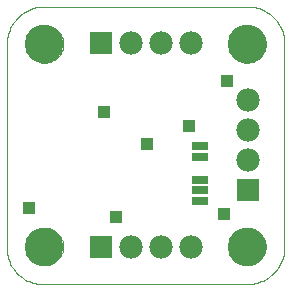
<source format=gbs>
G75*
G70*
%OFA0B0*%
%FSLAX24Y24*%
%IPPOS*%
%LPD*%
%AMOC8*
5,1,8,0,0,1.08239X$1,22.5*
%
%ADD10C,0.0000*%
%ADD11C,0.1290*%
%ADD12R,0.0540X0.0290*%
%ADD13R,0.0780X0.0780*%
%ADD14C,0.0780*%
%ADD15R,0.0396X0.0396*%
D10*
X000536Y001785D02*
X000534Y001719D01*
X000536Y001653D01*
X000542Y001587D01*
X000551Y001521D01*
X000564Y001456D01*
X000581Y001391D01*
X000601Y001328D01*
X000625Y001266D01*
X000652Y001206D01*
X000683Y001147D01*
X000717Y001089D01*
X000754Y001034D01*
X000794Y000981D01*
X000837Y000931D01*
X000882Y000882D01*
X000931Y000837D01*
X000981Y000794D01*
X001034Y000754D01*
X001089Y000717D01*
X001147Y000683D01*
X001206Y000652D01*
X001266Y000625D01*
X001328Y000601D01*
X001391Y000581D01*
X001456Y000564D01*
X001521Y000551D01*
X001587Y000542D01*
X001653Y000536D01*
X001719Y000534D01*
X001785Y000536D01*
X001785Y000535D02*
X008535Y000535D01*
X008603Y000537D01*
X008670Y000542D01*
X008737Y000551D01*
X008804Y000564D01*
X008869Y000581D01*
X008934Y000600D01*
X008998Y000624D01*
X009060Y000651D01*
X009121Y000681D01*
X009179Y000714D01*
X009236Y000750D01*
X009291Y000790D01*
X009344Y000832D01*
X009395Y000878D01*
X009442Y000925D01*
X009488Y000976D01*
X009530Y001029D01*
X009570Y001084D01*
X009606Y001141D01*
X009639Y001199D01*
X009669Y001260D01*
X009696Y001322D01*
X009720Y001386D01*
X009739Y001451D01*
X009756Y001516D01*
X009769Y001583D01*
X009778Y001650D01*
X009783Y001717D01*
X009785Y001785D01*
X009785Y008535D01*
X009783Y008603D01*
X009778Y008670D01*
X009769Y008737D01*
X009756Y008804D01*
X009739Y008869D01*
X009720Y008934D01*
X009696Y008998D01*
X009669Y009060D01*
X009639Y009121D01*
X009606Y009179D01*
X009570Y009236D01*
X009530Y009291D01*
X009488Y009344D01*
X009442Y009395D01*
X009395Y009442D01*
X009344Y009488D01*
X009291Y009530D01*
X009236Y009570D01*
X009179Y009606D01*
X009121Y009639D01*
X009060Y009669D01*
X008998Y009696D01*
X008934Y009720D01*
X008869Y009739D01*
X008804Y009756D01*
X008737Y009769D01*
X008670Y009778D01*
X008603Y009783D01*
X008535Y009785D01*
X001785Y009785D01*
X001160Y008535D02*
X001162Y008585D01*
X001168Y008634D01*
X001178Y008683D01*
X001191Y008730D01*
X001209Y008777D01*
X001230Y008822D01*
X001254Y008865D01*
X001282Y008906D01*
X001313Y008945D01*
X001347Y008981D01*
X001384Y009015D01*
X001424Y009045D01*
X001465Y009072D01*
X001509Y009096D01*
X001554Y009116D01*
X001601Y009132D01*
X001649Y009145D01*
X001698Y009154D01*
X001748Y009159D01*
X001797Y009160D01*
X001847Y009157D01*
X001896Y009150D01*
X001945Y009139D01*
X001992Y009125D01*
X002038Y009106D01*
X002083Y009084D01*
X002126Y009059D01*
X002166Y009030D01*
X002204Y008998D01*
X002240Y008964D01*
X002273Y008926D01*
X002302Y008886D01*
X002328Y008844D01*
X002351Y008800D01*
X002370Y008754D01*
X002386Y008707D01*
X002398Y008658D01*
X002406Y008609D01*
X002410Y008560D01*
X002410Y008510D01*
X002406Y008461D01*
X002398Y008412D01*
X002386Y008363D01*
X002370Y008316D01*
X002351Y008270D01*
X002328Y008226D01*
X002302Y008184D01*
X002273Y008144D01*
X002240Y008106D01*
X002204Y008072D01*
X002166Y008040D01*
X002126Y008011D01*
X002083Y007986D01*
X002038Y007964D01*
X001992Y007945D01*
X001945Y007931D01*
X001896Y007920D01*
X001847Y007913D01*
X001797Y007910D01*
X001748Y007911D01*
X001698Y007916D01*
X001649Y007925D01*
X001601Y007938D01*
X001554Y007954D01*
X001509Y007974D01*
X001465Y007998D01*
X001424Y008025D01*
X001384Y008055D01*
X001347Y008089D01*
X001313Y008125D01*
X001282Y008164D01*
X001254Y008205D01*
X001230Y008248D01*
X001209Y008293D01*
X001191Y008340D01*
X001178Y008387D01*
X001168Y008436D01*
X001162Y008485D01*
X001160Y008535D01*
X000535Y008535D02*
X000535Y001785D01*
X001160Y001785D02*
X001162Y001835D01*
X001168Y001884D01*
X001178Y001933D01*
X001191Y001980D01*
X001209Y002027D01*
X001230Y002072D01*
X001254Y002115D01*
X001282Y002156D01*
X001313Y002195D01*
X001347Y002231D01*
X001384Y002265D01*
X001424Y002295D01*
X001465Y002322D01*
X001509Y002346D01*
X001554Y002366D01*
X001601Y002382D01*
X001649Y002395D01*
X001698Y002404D01*
X001748Y002409D01*
X001797Y002410D01*
X001847Y002407D01*
X001896Y002400D01*
X001945Y002389D01*
X001992Y002375D01*
X002038Y002356D01*
X002083Y002334D01*
X002126Y002309D01*
X002166Y002280D01*
X002204Y002248D01*
X002240Y002214D01*
X002273Y002176D01*
X002302Y002136D01*
X002328Y002094D01*
X002351Y002050D01*
X002370Y002004D01*
X002386Y001957D01*
X002398Y001908D01*
X002406Y001859D01*
X002410Y001810D01*
X002410Y001760D01*
X002406Y001711D01*
X002398Y001662D01*
X002386Y001613D01*
X002370Y001566D01*
X002351Y001520D01*
X002328Y001476D01*
X002302Y001434D01*
X002273Y001394D01*
X002240Y001356D01*
X002204Y001322D01*
X002166Y001290D01*
X002126Y001261D01*
X002083Y001236D01*
X002038Y001214D01*
X001992Y001195D01*
X001945Y001181D01*
X001896Y001170D01*
X001847Y001163D01*
X001797Y001160D01*
X001748Y001161D01*
X001698Y001166D01*
X001649Y001175D01*
X001601Y001188D01*
X001554Y001204D01*
X001509Y001224D01*
X001465Y001248D01*
X001424Y001275D01*
X001384Y001305D01*
X001347Y001339D01*
X001313Y001375D01*
X001282Y001414D01*
X001254Y001455D01*
X001230Y001498D01*
X001209Y001543D01*
X001191Y001590D01*
X001178Y001637D01*
X001168Y001686D01*
X001162Y001735D01*
X001160Y001785D01*
X000535Y008535D02*
X000537Y008603D01*
X000542Y008670D01*
X000551Y008737D01*
X000564Y008804D01*
X000581Y008869D01*
X000600Y008934D01*
X000624Y008998D01*
X000651Y009060D01*
X000681Y009121D01*
X000714Y009179D01*
X000750Y009236D01*
X000790Y009291D01*
X000832Y009344D01*
X000878Y009395D01*
X000925Y009442D01*
X000976Y009488D01*
X001029Y009530D01*
X001084Y009570D01*
X001141Y009606D01*
X001199Y009639D01*
X001260Y009669D01*
X001322Y009696D01*
X001386Y009720D01*
X001451Y009739D01*
X001516Y009756D01*
X001583Y009769D01*
X001650Y009778D01*
X001717Y009783D01*
X001785Y009785D01*
X007910Y008535D02*
X007912Y008585D01*
X007918Y008634D01*
X007928Y008683D01*
X007941Y008730D01*
X007959Y008777D01*
X007980Y008822D01*
X008004Y008865D01*
X008032Y008906D01*
X008063Y008945D01*
X008097Y008981D01*
X008134Y009015D01*
X008174Y009045D01*
X008215Y009072D01*
X008259Y009096D01*
X008304Y009116D01*
X008351Y009132D01*
X008399Y009145D01*
X008448Y009154D01*
X008498Y009159D01*
X008547Y009160D01*
X008597Y009157D01*
X008646Y009150D01*
X008695Y009139D01*
X008742Y009125D01*
X008788Y009106D01*
X008833Y009084D01*
X008876Y009059D01*
X008916Y009030D01*
X008954Y008998D01*
X008990Y008964D01*
X009023Y008926D01*
X009052Y008886D01*
X009078Y008844D01*
X009101Y008800D01*
X009120Y008754D01*
X009136Y008707D01*
X009148Y008658D01*
X009156Y008609D01*
X009160Y008560D01*
X009160Y008510D01*
X009156Y008461D01*
X009148Y008412D01*
X009136Y008363D01*
X009120Y008316D01*
X009101Y008270D01*
X009078Y008226D01*
X009052Y008184D01*
X009023Y008144D01*
X008990Y008106D01*
X008954Y008072D01*
X008916Y008040D01*
X008876Y008011D01*
X008833Y007986D01*
X008788Y007964D01*
X008742Y007945D01*
X008695Y007931D01*
X008646Y007920D01*
X008597Y007913D01*
X008547Y007910D01*
X008498Y007911D01*
X008448Y007916D01*
X008399Y007925D01*
X008351Y007938D01*
X008304Y007954D01*
X008259Y007974D01*
X008215Y007998D01*
X008174Y008025D01*
X008134Y008055D01*
X008097Y008089D01*
X008063Y008125D01*
X008032Y008164D01*
X008004Y008205D01*
X007980Y008248D01*
X007959Y008293D01*
X007941Y008340D01*
X007928Y008387D01*
X007918Y008436D01*
X007912Y008485D01*
X007910Y008535D01*
X007910Y001785D02*
X007912Y001835D01*
X007918Y001884D01*
X007928Y001933D01*
X007941Y001980D01*
X007959Y002027D01*
X007980Y002072D01*
X008004Y002115D01*
X008032Y002156D01*
X008063Y002195D01*
X008097Y002231D01*
X008134Y002265D01*
X008174Y002295D01*
X008215Y002322D01*
X008259Y002346D01*
X008304Y002366D01*
X008351Y002382D01*
X008399Y002395D01*
X008448Y002404D01*
X008498Y002409D01*
X008547Y002410D01*
X008597Y002407D01*
X008646Y002400D01*
X008695Y002389D01*
X008742Y002375D01*
X008788Y002356D01*
X008833Y002334D01*
X008876Y002309D01*
X008916Y002280D01*
X008954Y002248D01*
X008990Y002214D01*
X009023Y002176D01*
X009052Y002136D01*
X009078Y002094D01*
X009101Y002050D01*
X009120Y002004D01*
X009136Y001957D01*
X009148Y001908D01*
X009156Y001859D01*
X009160Y001810D01*
X009160Y001760D01*
X009156Y001711D01*
X009148Y001662D01*
X009136Y001613D01*
X009120Y001566D01*
X009101Y001520D01*
X009078Y001476D01*
X009052Y001434D01*
X009023Y001394D01*
X008990Y001356D01*
X008954Y001322D01*
X008916Y001290D01*
X008876Y001261D01*
X008833Y001236D01*
X008788Y001214D01*
X008742Y001195D01*
X008695Y001181D01*
X008646Y001170D01*
X008597Y001163D01*
X008547Y001160D01*
X008498Y001161D01*
X008448Y001166D01*
X008399Y001175D01*
X008351Y001188D01*
X008304Y001204D01*
X008259Y001224D01*
X008215Y001248D01*
X008174Y001275D01*
X008134Y001305D01*
X008097Y001339D01*
X008063Y001375D01*
X008032Y001414D01*
X008004Y001455D01*
X007980Y001498D01*
X007959Y001543D01*
X007941Y001590D01*
X007928Y001637D01*
X007918Y001686D01*
X007912Y001735D01*
X007910Y001785D01*
D11*
X008535Y001785D03*
X008535Y008535D03*
X001785Y008535D03*
X001785Y001785D03*
D12*
X006960Y003310D03*
X006960Y003660D03*
X006960Y004010D03*
X006960Y004783D03*
X006960Y005137D03*
D13*
X008560Y003660D03*
X003660Y001760D03*
X003660Y008560D03*
D14*
X004660Y008560D03*
X005660Y008560D03*
X006660Y008560D03*
X008560Y006660D03*
X008560Y005660D03*
X008560Y004660D03*
X006660Y001760D03*
X005660Y001760D03*
X004660Y001760D03*
D15*
X004160Y002760D03*
X005188Y005188D03*
X006610Y005810D03*
X007860Y007310D03*
X003760Y006260D03*
X001260Y003060D03*
X007760Y002860D03*
M02*

</source>
